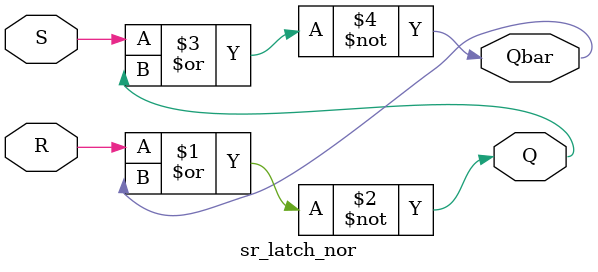
<source format=v>
`timescale 1ns / 1ps


module sr_latch_nor(
    input S,
    input R, 
    output Q, 
    output Qbar
);

nor nor1(Q,R,Qbar);
nor nor2(Qbar,S,Q);

endmodule

</source>
